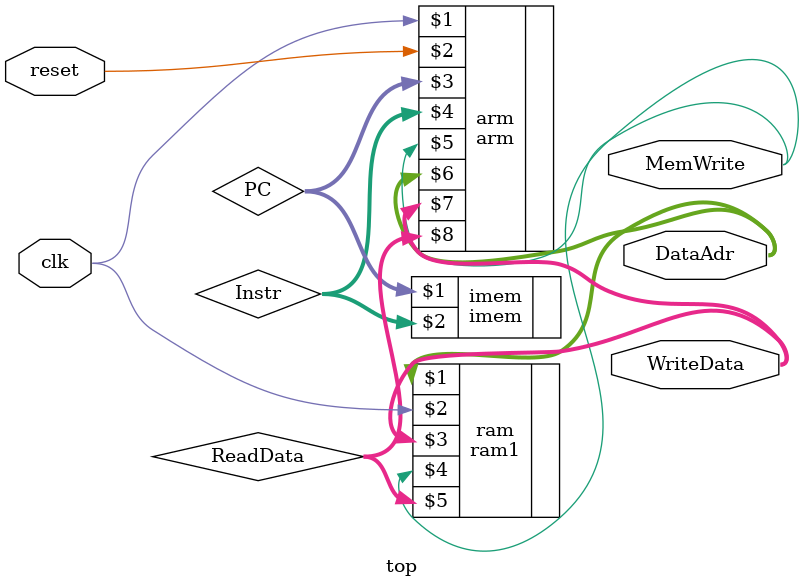
<source format=sv>
module top(input logic clk, reset,
output logic [7:0] WriteData, DataAdr,
output logic MemWrite);

	logic [31:0] PC, Instr,ReadData;
	logic wren;
	logic [7:0] data_wr,data, addr_wr, addr_arm;
	
	// instantiate processor and memories
	
	arm arm(clk, reset, PC, Instr, MemWrite, DataAdr,WriteData, ReadData);
	
	ram1 ram (DataAdr,clk,WriteData,MemWrite,ReadData );
	
	imem imem(PC, Instr);
	//dmem dmem(clk, MemWrite, DataAdr, WriteData, ReadData);
	
	//write_mem wmem (btn,wren, addr_wr,data_wr);
	
	//mux_21 mux_addr(addr_arm,addr_wr,sel,DataAdr);
	
endmodule
</source>
